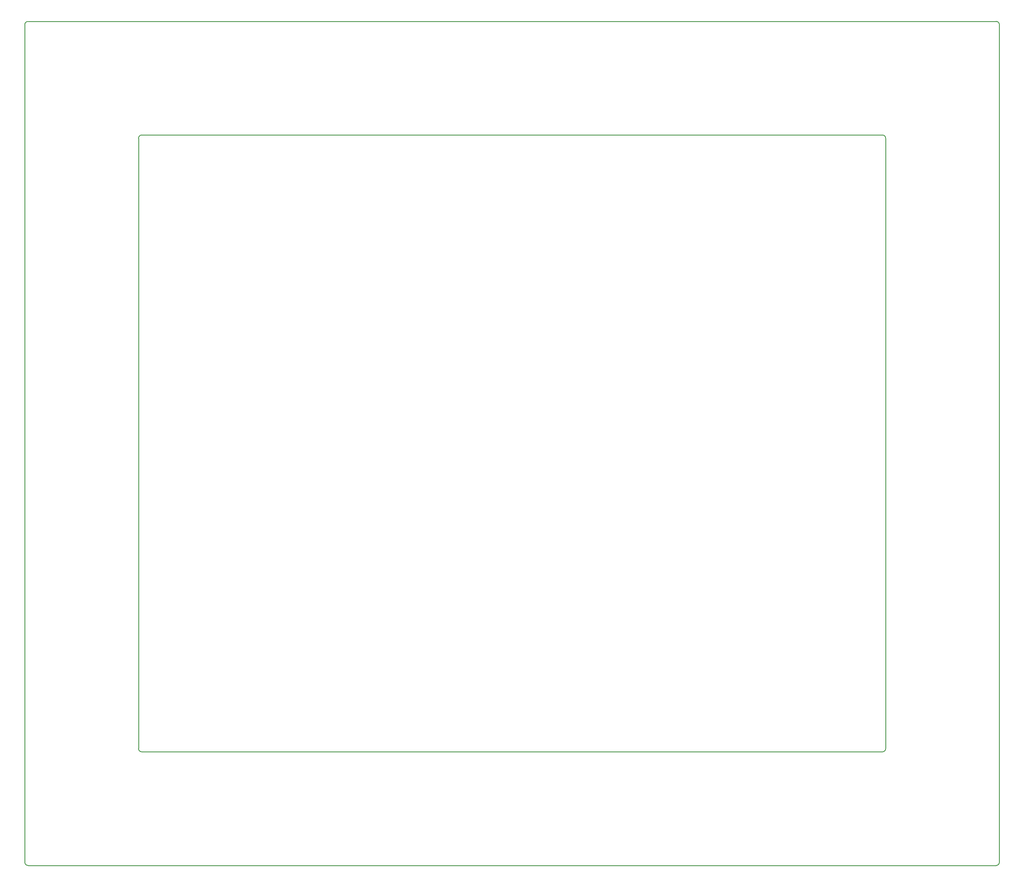
<source format=gbr>
G04 #@! TF.GenerationSoftware,KiCad,Pcbnew,5.1.2-f72e74a~84~ubuntu16.04.1*
G04 #@! TF.CreationDate,2019-10-30T13:45:20-07:00*
G04 #@! TF.ProjectId,roman_led_frame,726f6d61-6e5f-46c6-9564-5f6672616d65,rev?*
G04 #@! TF.SameCoordinates,Original*
G04 #@! TF.FileFunction,Profile,NP*
%FSLAX46Y46*%
G04 Gerber Fmt 4.6, Leading zero omitted, Abs format (unit mm)*
G04 Created by KiCad (PCBNEW 5.1.2-f72e74a~84~ubuntu16.04.1) date 2019-10-30 13:45:20*
%MOMM*%
%LPD*%
G04 APERTURE LIST*
%ADD10C,0.250000*%
G04 APERTURE END LIST*
D10*
X50000000Y-309000000D02*
X50000000Y-51000000D01*
X349000000Y-310000000D02*
X51000000Y-310000000D01*
X350000000Y-51000000D02*
X350000000Y-309000000D01*
X51000000Y-50000000D02*
X349000000Y-50000000D01*
X51000000Y-310000000D02*
G75*
G02X50000000Y-309000000I0J1000000D01*
G01*
X350000000Y-309000000D02*
G75*
G02X349000000Y-310000000I-1000000J0D01*
G01*
X349000000Y-50000000D02*
G75*
G02X350000000Y-51000000I0J-1000000D01*
G01*
X50000000Y-51000000D02*
G75*
G02X51000000Y-50000000I1000000J0D01*
G01*
X86000000Y-85000000D02*
X314000000Y-85000000D01*
X85000000Y-274000000D02*
X85000000Y-86000000D01*
X314000000Y-275000000D02*
X86000000Y-275000000D01*
X315000000Y-86000000D02*
X315000000Y-274000000D01*
X86000000Y-275000000D02*
G75*
G02X85000000Y-274000000I0J1000000D01*
G01*
X315000000Y-274000000D02*
G75*
G02X314000000Y-275000000I-1000000J0D01*
G01*
X314000000Y-85000000D02*
G75*
G02X315000000Y-86000000I0J-1000000D01*
G01*
X85000000Y-86000000D02*
G75*
G02X86000000Y-85000000I1000000J0D01*
G01*
M02*

</source>
